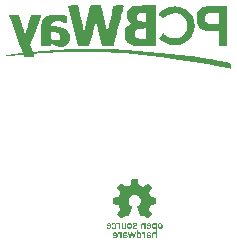
<source format=gbo>
G04 #@! TF.GenerationSoftware,KiCad,Pcbnew,7.0.1*
G04 #@! TF.CreationDate,2023-04-30T12:57:05-04:00*
G04 #@! TF.ProjectId,cord reel detent ring,636f7264-2072-4656-956c-20646574656e,rev?*
G04 #@! TF.SameCoordinates,Original*
G04 #@! TF.FileFunction,Legend,Bot*
G04 #@! TF.FilePolarity,Positive*
%FSLAX46Y46*%
G04 Gerber Fmt 4.6, Leading zero omitted, Abs format (unit mm)*
G04 Created by KiCad (PCBNEW 7.0.1) date 2023-04-30 12:57:05*
%MOMM*%
%LPD*%
G01*
G04 APERTURE LIST*
G04 APERTURE END LIST*
G36*
X8466433Y9608313D02*
G01*
X8466433Y8474134D01*
X8466433Y6779867D01*
X8116378Y6779867D01*
X7766323Y6779867D01*
X7766323Y7423969D01*
X7766323Y8068070D01*
X7294070Y8068070D01*
X7191845Y8068701D01*
X7024836Y8072294D01*
X6873571Y8078533D01*
X6751469Y8086803D01*
X6671951Y8096492D01*
X6480492Y8150322D01*
X6277370Y8257176D01*
X6107648Y8408926D01*
X5972076Y8605026D01*
X5970891Y8607211D01*
X5931346Y8682194D01*
X5904673Y8743641D01*
X5888338Y8805459D01*
X5879808Y8881559D01*
X5876549Y8985849D01*
X5876057Y9123183D01*
X6576135Y9123183D01*
X6581521Y9032091D01*
X6621476Y8892756D01*
X6703521Y8786701D01*
X6831376Y8707871D01*
X6860618Y8696187D01*
X6937242Y8675009D01*
X7038993Y8659011D01*
X7176162Y8646812D01*
X7359039Y8637030D01*
X7766323Y8619439D01*
X7766323Y9113876D01*
X7766323Y9608313D01*
X7448094Y9608313D01*
X7423078Y9608273D01*
X7204105Y9603119D01*
X7031339Y9587614D01*
X6896356Y9559328D01*
X6790733Y9515832D01*
X6706047Y9454696D01*
X6633874Y9373492D01*
X6603922Y9322605D01*
X6582343Y9240748D01*
X6576135Y9123183D01*
X5876057Y9123183D01*
X5876025Y9132238D01*
X5876129Y9191574D01*
X5878118Y9326073D01*
X5884108Y9422886D01*
X5896006Y9495523D01*
X5915715Y9557496D01*
X5945142Y9622315D01*
X5947049Y9626143D01*
X6028487Y9755231D01*
X6136999Y9882437D01*
X6256534Y9991091D01*
X6371036Y10064526D01*
X6399780Y10077434D01*
X6469808Y10103191D01*
X6550246Y10123751D01*
X6647604Y10139658D01*
X6768395Y10151454D01*
X6919131Y10159683D01*
X7106322Y10164889D01*
X7336482Y10167613D01*
X7616121Y10168401D01*
X8466433Y10168401D01*
X8466433Y9608313D01*
G37*
G36*
X4047886Y10140341D02*
G01*
X4273129Y10129394D01*
X4468967Y10095740D01*
X4657595Y10034011D01*
X4861213Y9938839D01*
X4948901Y9889824D01*
X5188146Y9714874D01*
X5387799Y9501893D01*
X5544477Y9254975D01*
X5654798Y8978213D01*
X5668953Y8922391D01*
X5694134Y8754978D01*
X5705321Y8561782D01*
X5702510Y8362806D01*
X5685700Y8178053D01*
X5654890Y8027528D01*
X5613550Y7904883D01*
X5482997Y7633144D01*
X5310927Y7396349D01*
X5100587Y7197811D01*
X4855225Y7040846D01*
X4578089Y6928767D01*
X4549291Y6920171D01*
X4456480Y6895664D01*
X4369040Y6880144D01*
X4271649Y6872169D01*
X4148985Y6870299D01*
X3985727Y6873096D01*
X3888122Y6876006D01*
X3736561Y6884099D01*
X3618900Y6897090D01*
X3520645Y6916850D01*
X3427304Y6945253D01*
X3286709Y7005158D01*
X3109500Y7102560D01*
X2930677Y7220539D01*
X2768945Y7347662D01*
X2658337Y7443919D01*
X2850680Y7657979D01*
X2909599Y7722930D01*
X2981193Y7799916D01*
X3032379Y7852545D01*
X3054785Y7872039D01*
X3079538Y7855521D01*
X3134351Y7811302D01*
X3207097Y7749089D01*
X3247717Y7714973D01*
X3454804Y7578595D01*
X3675596Y7487766D01*
X3903094Y7441382D01*
X4130297Y7438337D01*
X4350205Y7477528D01*
X4555817Y7557850D01*
X4740134Y7678199D01*
X4896154Y7837472D01*
X5016878Y8034563D01*
X5042667Y8092697D01*
X5068187Y8166949D01*
X5082995Y8246304D01*
X5089886Y8347716D01*
X5091655Y8488136D01*
X5090699Y8610315D01*
X5085153Y8715068D01*
X5071971Y8796314D01*
X5048143Y8871508D01*
X5010663Y8958107D01*
X5002943Y8974310D01*
X4901368Y9135820D01*
X4766412Y9285207D01*
X4612928Y9408219D01*
X4455770Y9490603D01*
X4442259Y9495550D01*
X4188924Y9559021D01*
X3937800Y9566950D01*
X3691275Y9519780D01*
X3451739Y9417953D01*
X3221580Y9261913D01*
X3059866Y9130195D01*
X2853165Y9317403D01*
X2819589Y9348300D01*
X2728832Y9438904D01*
X2674811Y9505801D01*
X2661630Y9544132D01*
X2663025Y9547382D01*
X2702738Y9597532D01*
X2778566Y9666435D01*
X2879137Y9745572D01*
X2993082Y9826423D01*
X3109028Y9900468D01*
X3215606Y9959189D01*
X3369960Y10028288D01*
X3572957Y10093785D01*
X3785011Y10129547D01*
X4027734Y10140397D01*
X4047886Y10140341D01*
G37*
G36*
X-4848610Y7628023D02*
G01*
X-4842258Y7571318D01*
X-4841669Y7421354D01*
X-4859729Y7297518D01*
X-4860607Y7294316D01*
X-4941287Y7103234D01*
X-5066162Y6940947D01*
X-5227669Y6815096D01*
X-5418243Y6733321D01*
X-5534921Y6710364D01*
X-5742992Y6709020D01*
X-5957491Y6750625D01*
X-6164552Y6831958D01*
X-6350305Y6949799D01*
X-6459918Y7036613D01*
X-6459918Y6908240D01*
X-6459918Y6779867D01*
X-6865982Y6779867D01*
X-7272046Y6779867D01*
X-7272046Y7428537D01*
X-6459918Y7428537D01*
X-6354901Y7363517D01*
X-6266590Y7324964D01*
X-6139144Y7296883D01*
X-6002333Y7286799D01*
X-5876450Y7296042D01*
X-5781787Y7325944D01*
X-5768282Y7334379D01*
X-5702646Y7409629D01*
X-5667641Y7513062D01*
X-5664151Y7628023D01*
X-5693059Y7737857D01*
X-5755251Y7825909D01*
X-5792787Y7853628D01*
X-5908364Y7905845D01*
X-6064277Y7946585D01*
X-6250168Y7972775D01*
X-6459918Y7991782D01*
X-6459918Y7710160D01*
X-6459918Y7428537D01*
X-7272046Y7428537D01*
X-7272046Y7754939D01*
X-7272026Y7827334D01*
X-7271318Y8102122D01*
X-7269058Y8328294D01*
X-7264518Y8511830D01*
X-7256971Y8658712D01*
X-7245688Y8774919D01*
X-7229942Y8866434D01*
X-7209006Y8939235D01*
X-7182152Y8999306D01*
X-7148652Y9052625D01*
X-7107779Y9105175D01*
X-7076638Y9139385D01*
X-6943139Y9244259D01*
X-6769874Y9334005D01*
X-6568990Y9401933D01*
X-6534740Y9410156D01*
X-6345872Y9438844D01*
X-6121466Y9451600D01*
X-5876335Y9448935D01*
X-5625291Y9431361D01*
X-5383146Y9399387D01*
X-5164714Y9353524D01*
X-5059697Y9326110D01*
X-5059697Y9015962D01*
X-5059697Y8705815D01*
X-5136709Y8721024D01*
X-5151235Y8724196D01*
X-5226318Y8743616D01*
X-5331208Y8773302D01*
X-5447931Y8808216D01*
X-5470798Y8815072D01*
X-5681396Y8862203D01*
X-5880413Y8879448D01*
X-6061090Y8868377D01*
X-6216669Y8830555D01*
X-6340393Y8767552D01*
X-6425502Y8680934D01*
X-6465240Y8572268D01*
X-6466302Y8563048D01*
X-6464691Y8528604D01*
X-6443010Y8507521D01*
X-6389373Y8493487D01*
X-6291891Y8480187D01*
X-6032994Y8447100D01*
X-5810073Y8414331D01*
X-5628983Y8381444D01*
X-5482545Y8346417D01*
X-5363577Y8307227D01*
X-5264900Y8261854D01*
X-5179333Y8208274D01*
X-5099697Y8144466D01*
X-5048847Y8095291D01*
X-4970844Y8004210D01*
X-4916068Y7920978D01*
X-4891233Y7859448D01*
X-4859458Y7724865D01*
X-4848610Y7628023D01*
G37*
G36*
X2473489Y9580308D02*
G01*
X2473489Y8487287D01*
X2473489Y8269726D01*
X2473489Y6745528D01*
X1598351Y6759684D01*
X1326493Y6764903D01*
X1087242Y6771549D01*
X895991Y6779527D01*
X748612Y6789052D01*
X640977Y6800341D01*
X568957Y6813611D01*
X549534Y6818828D01*
X381644Y6879061D01*
X216020Y6962009D01*
X70415Y7057651D01*
X-37419Y7155962D01*
X-49546Y7170068D01*
X-121717Y7258368D01*
X-171180Y7334328D01*
X-201914Y7411603D01*
X-217897Y7503849D01*
X-223108Y7624722D01*
X-221525Y7787877D01*
X-219577Y7844035D01*
X625198Y7844035D01*
X628794Y7766785D01*
X660979Y7637914D01*
X730991Y7542880D01*
X844221Y7472539D01*
X906089Y7448929D01*
X1001506Y7426143D01*
X1124925Y7411061D01*
X1290303Y7401459D01*
X1605353Y7388916D01*
X1605353Y7829321D01*
X1605353Y8269726D01*
X1248296Y8259088D01*
X1139918Y8254497D01*
X957887Y8236508D01*
X822276Y8203627D01*
X727142Y8151897D01*
X666546Y8077360D01*
X634545Y7976059D01*
X625198Y7844035D01*
X-219577Y7844035D01*
X-216611Y7929562D01*
X-208056Y8060765D01*
X-197105Y8165115D01*
X-184970Y8228033D01*
X-152814Y8291260D01*
X-73636Y8387170D01*
X32620Y8481679D01*
X151359Y8562270D01*
X267981Y8616428D01*
X413176Y8664654D01*
X344160Y8708125D01*
X261494Y8769810D01*
X150396Y8880500D01*
X57607Y9003415D01*
X-1076Y9119724D01*
X-20218Y9192964D01*
X-30438Y9258758D01*
X839255Y9258758D01*
X843906Y9139743D01*
X872431Y9043283D01*
X874566Y9039453D01*
X927060Y8976492D01*
X998451Y8921059D01*
X1007087Y8916169D01*
X1083748Y8887142D01*
X1192963Y8868120D01*
X1346312Y8856968D01*
X1605353Y8845513D01*
X1605353Y9212911D01*
X1605353Y9580308D01*
X1357492Y9580308D01*
X1281995Y9579465D01*
X1129941Y9569250D01*
X1019839Y9545296D01*
X942313Y9504909D01*
X887988Y9445395D01*
X857451Y9373772D01*
X839255Y9258758D01*
X-30438Y9258758D01*
X-39457Y9316819D01*
X-46908Y9439776D01*
X-33714Y9596948D01*
X23126Y9772729D01*
X126601Y9921006D01*
X278627Y10044341D01*
X481120Y10145293D01*
X497761Y10151803D01*
X543012Y10167823D01*
X590743Y10180628D01*
X647646Y10190674D01*
X720410Y10198416D01*
X815728Y10204311D01*
X940289Y10208815D01*
X1100785Y10212382D01*
X1303907Y10215470D01*
X1556345Y10218532D01*
X2473489Y10229047D01*
X2473489Y9580308D01*
G37*
G36*
X-2205805Y10119393D02*
G01*
X-2205313Y10117515D01*
X-2191457Y10063361D01*
X-2165827Y9962089D01*
X-2130117Y9820439D01*
X-2086024Y9645150D01*
X-2035242Y9442961D01*
X-1979466Y9220610D01*
X-1920392Y8984837D01*
X-1910939Y8947129D01*
X-1853484Y8719752D01*
X-1800185Y8511830D01*
X-1752588Y8329182D01*
X-1712239Y8177629D01*
X-1680685Y8062990D01*
X-1659472Y7991085D01*
X-1650147Y7967734D01*
X-1648174Y7973112D01*
X-1635928Y8022544D01*
X-1614259Y8118685D01*
X-1584422Y8255685D01*
X-1547669Y8427694D01*
X-1505256Y8628865D01*
X-1458435Y8853346D01*
X-1408460Y9095290D01*
X-1179210Y10210408D01*
X-722966Y10218112D01*
X-627926Y10219634D01*
X-484910Y10221094D01*
X-386254Y10220040D01*
X-324318Y10215742D01*
X-291467Y10207472D01*
X-280062Y10194503D01*
X-282466Y10176106D01*
X-282502Y10175993D01*
X-292820Y10138052D01*
X-315131Y10052479D01*
X-348000Y9924934D01*
X-389992Y9761079D01*
X-439674Y9566575D01*
X-495609Y9347085D01*
X-556363Y9108269D01*
X-620502Y8855789D01*
X-686591Y8595307D01*
X-753195Y8332484D01*
X-818880Y8072981D01*
X-882210Y7822461D01*
X-941750Y7586584D01*
X-996067Y7371012D01*
X-1043726Y7181406D01*
X-1083291Y7023428D01*
X-1113328Y6902740D01*
X-1132403Y6825003D01*
X-1139080Y6795878D01*
X-1157410Y6791518D01*
X-1223441Y6786869D01*
X-1328987Y6783178D01*
X-1465026Y6780745D01*
X-1622534Y6779867D01*
X-2105988Y6779867D01*
X-2368730Y7833265D01*
X-2384092Y7894660D01*
X-2441797Y8121701D01*
X-2495556Y8327771D01*
X-2543822Y8507294D01*
X-2585043Y8654696D01*
X-2617670Y8764401D01*
X-2640153Y8830836D01*
X-2650943Y8848425D01*
X-2651332Y8847580D01*
X-2663511Y8808658D01*
X-2687743Y8722185D01*
X-2722364Y8594404D01*
X-2765713Y8431557D01*
X-2816128Y8239883D01*
X-2871946Y8025626D01*
X-2931504Y7795027D01*
X-3192594Y6779867D01*
X-3671585Y6779867D01*
X-4150576Y6779867D01*
X-4585979Y8495137D01*
X-5021382Y10210408D01*
X-4588533Y10218140D01*
X-4502937Y10219514D01*
X-4364415Y10221011D01*
X-4252636Y10221281D01*
X-4177352Y10220324D01*
X-4148311Y10218140D01*
X-4145756Y10209371D01*
X-4132814Y10154721D01*
X-4110492Y10056118D01*
X-4080314Y9920576D01*
X-4043800Y9755109D01*
X-4002474Y9566733D01*
X-3957858Y9362460D01*
X-3911474Y9149305D01*
X-3864846Y8934282D01*
X-3819495Y8724406D01*
X-3776944Y8526690D01*
X-3738716Y8348149D01*
X-3706332Y8195798D01*
X-3681316Y8076650D01*
X-3665190Y7997719D01*
X-3659477Y7966020D01*
X-3658366Y7955637D01*
X-3651438Y7962566D01*
X-3637676Y8001408D01*
X-3616516Y8074431D01*
X-3587391Y8183904D01*
X-3549739Y8332096D01*
X-3502994Y8521276D01*
X-3446591Y8753712D01*
X-3379966Y9031674D01*
X-3302554Y9357430D01*
X-3213791Y9733249D01*
X-3113112Y10161400D01*
X-3108356Y10178757D01*
X-3096584Y10197704D01*
X-3071373Y10210517D01*
X-3024210Y10218394D01*
X-2946581Y10222536D01*
X-2829971Y10224141D01*
X-2665866Y10224410D01*
X-2233410Y10224410D01*
X-2205805Y10119393D01*
G37*
G36*
X-8910059Y8586152D02*
G01*
X-8888016Y8515529D01*
X-8826480Y8320591D01*
X-8770482Y8146375D01*
X-8722199Y7999445D01*
X-8683808Y7886367D01*
X-8657486Y7813705D01*
X-8645410Y7788026D01*
X-8642752Y7791477D01*
X-8624449Y7834708D01*
X-8591842Y7922300D01*
X-8547222Y8047748D01*
X-8492884Y8204543D01*
X-8431118Y8386180D01*
X-8364218Y8586152D01*
X-8099280Y9384277D01*
X-7668664Y9384277D01*
X-7617416Y9384252D01*
X-7468000Y9383501D01*
X-7364665Y9381016D01*
X-7299659Y9375873D01*
X-7265231Y9367150D01*
X-7253628Y9353923D01*
X-7257100Y9335270D01*
X-7268632Y9304980D01*
X-7298352Y9226492D01*
X-7343939Y9105925D01*
X-7403349Y8948685D01*
X-7474541Y8760181D01*
X-7555472Y8545820D01*
X-7644098Y8311008D01*
X-7738378Y8061155D01*
X-8200605Y6836047D01*
X-8097420Y6569742D01*
X-8066231Y6490825D01*
X-8024983Y6391619D01*
X-7993276Y6321578D01*
X-7976194Y6292332D01*
X-7971969Y6291350D01*
X-7924993Y6291511D01*
X-7836081Y6296709D01*
X-7715926Y6306224D01*
X-7575222Y6319336D01*
X-7565964Y6320255D01*
X-7437586Y6332512D01*
X-7294007Y6345292D01*
X-7129414Y6359044D01*
X-6937995Y6374222D01*
X-6713937Y6391276D01*
X-6451429Y6410659D01*
X-6144658Y6432822D01*
X-5787812Y6458216D01*
X-5529930Y6474308D01*
X-5151376Y6492149D01*
X-4731657Y6506503D01*
X-4279102Y6517368D01*
X-3802042Y6524746D01*
X-3308806Y6528635D01*
X-2807724Y6529037D01*
X-2307125Y6525952D01*
X-1815339Y6519378D01*
X-1340695Y6509317D01*
X-891524Y6495768D01*
X-476155Y6478732D01*
X-102917Y6458207D01*
X-9404Y6452207D01*
X948548Y6385787D01*
X1862385Y6312847D01*
X2742744Y6232287D01*
X3600257Y6143006D01*
X4445559Y6043904D01*
X5289284Y5933880D01*
X6142067Y5811834D01*
X6217800Y5800470D01*
X6511798Y5755278D01*
X6820678Y5706297D01*
X7134395Y5655219D01*
X7442906Y5603735D01*
X7736166Y5553537D01*
X8004130Y5506315D01*
X8236756Y5463762D01*
X8423999Y5427568D01*
X8731620Y5365645D01*
X8763365Y5221664D01*
X8773302Y5175938D01*
X8796539Y5064966D01*
X8814801Y4972725D01*
X8834492Y4867766D01*
X8741477Y4886480D01*
X8579430Y4918789D01*
X8051461Y5020591D01*
X7483221Y5125500D01*
X6886348Y5231576D01*
X6272481Y5336879D01*
X5653261Y5439470D01*
X5040326Y5537409D01*
X4445316Y5628757D01*
X3879870Y5711575D01*
X3355628Y5783922D01*
X2881036Y5844949D01*
X2114660Y5935177D01*
X1337552Y6016959D01*
X556247Y6089891D01*
X-222723Y6153567D01*
X-992826Y6207582D01*
X-1747528Y6251531D01*
X-2480297Y6285008D01*
X-3184601Y6307608D01*
X-3853906Y6318927D01*
X-4481680Y6318558D01*
X-5061390Y6306096D01*
X-5062660Y6306053D01*
X-5250383Y6298812D01*
X-5465991Y6288961D01*
X-5703035Y6276923D01*
X-5955068Y6263120D01*
X-6215643Y6247976D01*
X-6478312Y6231914D01*
X-6736627Y6215357D01*
X-6984141Y6198727D01*
X-7214406Y6182447D01*
X-7420974Y6166941D01*
X-7597399Y6152632D01*
X-7737232Y6139942D01*
X-7834026Y6129294D01*
X-7881333Y6121111D01*
X-7897258Y6103053D01*
X-7892288Y6055477D01*
X-7863020Y5968545D01*
X-7809510Y5827717D01*
X-8250458Y5827717D01*
X-8691405Y5827717D01*
X-8724411Y5937882D01*
X-8731468Y5960907D01*
X-8755734Y6018611D01*
X-8788805Y6038988D01*
X-8847863Y6035648D01*
X-8858154Y6034289D01*
X-8949322Y6024214D01*
X-9079573Y6011894D01*
X-9237052Y5998245D01*
X-9409899Y5984183D01*
X-9586257Y5970624D01*
X-9754268Y5958484D01*
X-9902075Y5948678D01*
X-10017819Y5942123D01*
X-10089644Y5939735D01*
X-10104159Y5939856D01*
X-10210427Y5951616D01*
X-10268517Y5981742D01*
X-10286852Y6010408D01*
X-10271848Y6023748D01*
X-10258548Y6024755D01*
X-10196566Y6031222D01*
X-10093895Y6042709D01*
X-9960132Y6058078D01*
X-9804873Y6076196D01*
X-9637714Y6095926D01*
X-9468253Y6116134D01*
X-9306085Y6135684D01*
X-9160808Y6153440D01*
X-9042018Y6168268D01*
X-8959311Y6179032D01*
X-8927804Y6184333D01*
X-8865186Y6202925D01*
X-8840292Y6223689D01*
X-8848308Y6250124D01*
X-8874182Y6325019D01*
X-8916278Y6443437D01*
X-8972898Y6600697D01*
X-9042342Y6792118D01*
X-9122911Y7013016D01*
X-9212907Y7258710D01*
X-9310631Y7524519D01*
X-9414383Y7805759D01*
X-9510800Y8066858D01*
X-9608922Y8332956D01*
X-9699456Y8578873D01*
X-9780709Y8799988D01*
X-9850988Y8991680D01*
X-9908597Y9149330D01*
X-9951843Y9268315D01*
X-9979034Y9344016D01*
X-9988473Y9371812D01*
X-9982383Y9373940D01*
X-9932909Y9378024D01*
X-9841771Y9381303D01*
X-9718710Y9383485D01*
X-9573463Y9384277D01*
X-9158453Y9384277D01*
X-8910059Y8586152D01*
G37*
G36*
X-667323Y-8980800D02*
G01*
X-625140Y-8991756D01*
X-587163Y-9013210D01*
X-565295Y-9029889D01*
X-565295Y-8985492D01*
X-465271Y-8985492D01*
X-465271Y-9479364D01*
X-565295Y-9479364D01*
X-565305Y-9315261D01*
X-565338Y-9282446D01*
X-565559Y-9238757D01*
X-566070Y-9205000D01*
X-566964Y-9179591D01*
X-568335Y-9160944D01*
X-570277Y-9147474D01*
X-572882Y-9137595D01*
X-576245Y-9129722D01*
X-586153Y-9114290D01*
X-609887Y-9093292D01*
X-638879Y-9081753D01*
X-670401Y-9080525D01*
X-701728Y-9090462D01*
X-726206Y-9103221D01*
X-762301Y-9059346D01*
X-763080Y-9058397D01*
X-780049Y-9036992D01*
X-789490Y-9022879D01*
X-792377Y-9014283D01*
X-789685Y-9009426D01*
X-753657Y-8990579D01*
X-711050Y-8980391D01*
X-667323Y-8980800D01*
G37*
G36*
X1341188Y-8980965D02*
G01*
X1381323Y-8992909D01*
X1416490Y-9015115D01*
X1441448Y-9036479D01*
X1441448Y-8985492D01*
X1541473Y-8985492D01*
X1541473Y-9479364D01*
X1441448Y-9479364D01*
X1441448Y-9318148D01*
X1441443Y-9296833D01*
X1441343Y-9252135D01*
X1441020Y-9217579D01*
X1440349Y-9191483D01*
X1439203Y-9172165D01*
X1437459Y-9157943D01*
X1434991Y-9147136D01*
X1431674Y-9138062D01*
X1427382Y-9129039D01*
X1413404Y-9108807D01*
X1388789Y-9089808D01*
X1359661Y-9080030D01*
X1328927Y-9080323D01*
X1299490Y-9091539D01*
X1279436Y-9103766D01*
X1244789Y-9062025D01*
X1238301Y-9054116D01*
X1223896Y-9035800D01*
X1213890Y-9021956D01*
X1210141Y-9015103D01*
X1213363Y-9011371D01*
X1225279Y-9003697D01*
X1242962Y-8994643D01*
X1256396Y-8989084D01*
X1298680Y-8979588D01*
X1341188Y-8980965D01*
G37*
G36*
X-759995Y-8203593D02*
G01*
X-727175Y-8218131D01*
X-701969Y-8239542D01*
X-701185Y-8240481D01*
X-695912Y-8244819D01*
X-692804Y-8240413D01*
X-690326Y-8225400D01*
X-687200Y-8200924D01*
X-635625Y-8199108D01*
X-584050Y-8197293D01*
X-584050Y-8698427D01*
X-635625Y-8696611D01*
X-687200Y-8694796D01*
X-690326Y-8522878D01*
X-690813Y-8496424D01*
X-691830Y-8448364D01*
X-693058Y-8410612D01*
X-694791Y-8381674D01*
X-697320Y-8360055D01*
X-700940Y-8344263D01*
X-705943Y-8332801D01*
X-712622Y-8324178D01*
X-721270Y-8316898D01*
X-732180Y-8309468D01*
X-748775Y-8302232D01*
X-775885Y-8298181D01*
X-804575Y-8300096D01*
X-829512Y-8308054D01*
X-849297Y-8318286D01*
X-873309Y-8290863D01*
X-883083Y-8279505D01*
X-898374Y-8261055D01*
X-909520Y-8246784D01*
X-921720Y-8230129D01*
X-901158Y-8217421D01*
X-873683Y-8204594D01*
X-836295Y-8196486D01*
X-797384Y-8196265D01*
X-759995Y-8203593D01*
G37*
G36*
X-132092Y-8199113D02*
G01*
X-80801Y-8200924D01*
X-80833Y-8385344D01*
X-80835Y-8391771D01*
X-80886Y-8443487D01*
X-81080Y-8484436D01*
X-81523Y-8516183D01*
X-82318Y-8540292D01*
X-83569Y-8558328D01*
X-85383Y-8571855D01*
X-87862Y-8582436D01*
X-91111Y-8591638D01*
X-95235Y-8601022D01*
X-104395Y-8618573D01*
X-132647Y-8654845D01*
X-168802Y-8681638D01*
X-212083Y-8698307D01*
X-221687Y-8700289D01*
X-263322Y-8701291D01*
X-305748Y-8690917D01*
X-346699Y-8669650D01*
X-377749Y-8648754D01*
X-377749Y-8697921D01*
X-477774Y-8697921D01*
X-477774Y-8197798D01*
X-377749Y-8197798D01*
X-377749Y-8359014D01*
X-377744Y-8380468D01*
X-377644Y-8425131D01*
X-377321Y-8459655D01*
X-376649Y-8485721D01*
X-375504Y-8505008D01*
X-373759Y-8519197D01*
X-371291Y-8529969D01*
X-367974Y-8539003D01*
X-363683Y-8547980D01*
X-359032Y-8556387D01*
X-338314Y-8580627D01*
X-311195Y-8594554D01*
X-276515Y-8598845D01*
X-271631Y-8598738D01*
X-243753Y-8594097D01*
X-221121Y-8581186D01*
X-199967Y-8557994D01*
X-197831Y-8554993D01*
X-194445Y-8548882D01*
X-191814Y-8540918D01*
X-189819Y-8529580D01*
X-188342Y-8513346D01*
X-187263Y-8490694D01*
X-186463Y-8460104D01*
X-185826Y-8420054D01*
X-185230Y-8369023D01*
X-183384Y-8197302D01*
X-132092Y-8199113D01*
G37*
G36*
X1376162Y-8200800D02*
G01*
X1409466Y-8213183D01*
X1435345Y-8232339D01*
X1444651Y-8241500D01*
X1454149Y-8246696D01*
X1458904Y-8240629D01*
X1460203Y-8222804D01*
X1460203Y-8197798D01*
X1560228Y-8197798D01*
X1560228Y-8697921D01*
X1461110Y-8697921D01*
X1459094Y-8530693D01*
X1458639Y-8494193D01*
X1458001Y-8451886D01*
X1457245Y-8419355D01*
X1456232Y-8395000D01*
X1454821Y-8377222D01*
X1452873Y-8364420D01*
X1450248Y-8354994D01*
X1446807Y-8347343D01*
X1442408Y-8339869D01*
X1439596Y-8335537D01*
X1419343Y-8313786D01*
X1393559Y-8301614D01*
X1359891Y-8297823D01*
X1327499Y-8301765D01*
X1301129Y-8314841D01*
X1281319Y-8337742D01*
X1277962Y-8344182D01*
X1275067Y-8352755D01*
X1272791Y-8364551D01*
X1271011Y-8381116D01*
X1269606Y-8403997D01*
X1268451Y-8434741D01*
X1267425Y-8474895D01*
X1266405Y-8526004D01*
X1263280Y-8694796D01*
X1211213Y-8696619D01*
X1159147Y-8698443D01*
X1161201Y-8512199D01*
X1161230Y-8509587D01*
X1161854Y-8456735D01*
X1162503Y-8414759D01*
X1163296Y-8382104D01*
X1164349Y-8357211D01*
X1165782Y-8338524D01*
X1167711Y-8324486D01*
X1170255Y-8313541D01*
X1173530Y-8304130D01*
X1177656Y-8294697D01*
X1196194Y-8262025D01*
X1222145Y-8234184D01*
X1257028Y-8211819D01*
X1264898Y-8208112D01*
X1300558Y-8197882D01*
X1338753Y-8195572D01*
X1376162Y-8200800D01*
G37*
G36*
X2049271Y-8404099D02*
G01*
X2050636Y-8412424D01*
X2052203Y-8464975D01*
X2046932Y-8516625D01*
X2034793Y-8565000D01*
X2015756Y-8607730D01*
X1989791Y-8642443D01*
X1966627Y-8661949D01*
X1927548Y-8683874D01*
X1884484Y-8697715D01*
X1856693Y-8700811D01*
X1818059Y-8699766D01*
X1778420Y-8694114D01*
X1743299Y-8684376D01*
X1729327Y-8678062D01*
X1704128Y-8663007D01*
X1682143Y-8645966D01*
X1653651Y-8619777D01*
X1689512Y-8590185D01*
X1697670Y-8583494D01*
X1713416Y-8571362D01*
X1723562Y-8565842D01*
X1730879Y-8565788D01*
X1738136Y-8570052D01*
X1741204Y-8572275D01*
X1778821Y-8592592D01*
X1818693Y-8602834D01*
X1858191Y-8602639D01*
X1894686Y-8591645D01*
X1919884Y-8573031D01*
X1939138Y-8544670D01*
X1950468Y-8508812D01*
X1954641Y-8485369D01*
X1641498Y-8485369D01*
X1641545Y-8446297D01*
X1642040Y-8421930D01*
X1643854Y-8404099D01*
X1747774Y-8404099D01*
X1953762Y-8404099D01*
X1950094Y-8383781D01*
X1943204Y-8358361D01*
X1926984Y-8327597D01*
X1904701Y-8305720D01*
X1888629Y-8297794D01*
X1858501Y-8291741D01*
X1826586Y-8293494D01*
X1797844Y-8303170D01*
X1782805Y-8314653D01*
X1765333Y-8336635D01*
X1752661Y-8362179D01*
X1747774Y-8386328D01*
X1747774Y-8404099D01*
X1643854Y-8404099D01*
X1647486Y-8368407D01*
X1659400Y-8323594D01*
X1678352Y-8285759D01*
X1704910Y-8253165D01*
X1732283Y-8230489D01*
X1773213Y-8209044D01*
X1817552Y-8197312D01*
X1863093Y-8195332D01*
X1907628Y-8203143D01*
X1948948Y-8220782D01*
X1984848Y-8248288D01*
X2005202Y-8273073D01*
X2027106Y-8314101D01*
X2042260Y-8361342D01*
X2049271Y-8404099D01*
G37*
G36*
X-802871Y-9185541D02*
G01*
X-802715Y-9186349D01*
X-801669Y-9197044D01*
X-800588Y-9252588D01*
X-806521Y-9305463D01*
X-818988Y-9352828D01*
X-837506Y-9391842D01*
X-852364Y-9413242D01*
X-878273Y-9440475D01*
X-909568Y-9460912D01*
X-949765Y-9477229D01*
X-971808Y-9482181D01*
X-1007902Y-9484604D01*
X-1047094Y-9482480D01*
X-1084620Y-9476135D01*
X-1115716Y-9465895D01*
X-1121807Y-9462955D01*
X-1142925Y-9450974D01*
X-1163413Y-9437124D01*
X-1180698Y-9423394D01*
X-1192209Y-9411774D01*
X-1195374Y-9404256D01*
X-1195301Y-9404097D01*
X-1189471Y-9397625D01*
X-1176777Y-9385762D01*
X-1159828Y-9370952D01*
X-1126080Y-9342278D01*
X-1107837Y-9357629D01*
X-1086300Y-9371108D01*
X-1056054Y-9382553D01*
X-1024311Y-9388929D01*
X-996567Y-9388702D01*
X-963449Y-9377814D01*
X-935246Y-9357784D01*
X-914956Y-9330845D01*
X-904723Y-9299091D01*
X-901232Y-9273063D01*
X-1210777Y-9273063D01*
X-1208051Y-9201836D01*
X-1207853Y-9196763D01*
X-1207281Y-9185541D01*
X-1108867Y-9185541D01*
X-901232Y-9185541D01*
X-904723Y-9159513D01*
X-913919Y-9128679D01*
X-933280Y-9102012D01*
X-960879Y-9083467D01*
X-995083Y-9074577D01*
X-1013808Y-9074240D01*
X-1046408Y-9082018D01*
X-1073100Y-9100292D01*
X-1092943Y-9128287D01*
X-1104995Y-9165224D01*
X-1108867Y-9185541D01*
X-1207281Y-9185541D01*
X-1206280Y-9165901D01*
X-1203949Y-9143369D01*
X-1200105Y-9125495D01*
X-1193994Y-9108609D01*
X-1184860Y-9089040D01*
X-1162934Y-9053225D01*
X-1129865Y-9019336D01*
X-1089924Y-8995766D01*
X-1043552Y-8982762D01*
X-991192Y-8980572D01*
X-984924Y-8981027D01*
X-936421Y-8990742D01*
X-894701Y-9010773D01*
X-860117Y-9040736D01*
X-833023Y-9080243D01*
X-813771Y-9128909D01*
X-802871Y-9185541D01*
G37*
G36*
X-1341278Y-8404099D02*
G01*
X-1341238Y-8404472D01*
X-1339946Y-8440519D01*
X-1340549Y-8478025D01*
X-1343012Y-8512379D01*
X-1347300Y-8538969D01*
X-1359903Y-8577741D01*
X-1384298Y-8621724D01*
X-1417048Y-8656624D01*
X-1457788Y-8682074D01*
X-1506152Y-8697708D01*
X-1509130Y-8698295D01*
X-1563105Y-8702426D01*
X-1616452Y-8694787D01*
X-1666918Y-8675941D01*
X-1712250Y-8646447D01*
X-1718731Y-8640882D01*
X-1729910Y-8629868D01*
X-1734333Y-8623207D01*
X-1734302Y-8622966D01*
X-1729211Y-8616179D01*
X-1717093Y-8604098D01*
X-1700388Y-8589170D01*
X-1666443Y-8560169D01*
X-1643816Y-8575524D01*
X-1640265Y-8577850D01*
X-1619103Y-8589624D01*
X-1598955Y-8598217D01*
X-1589095Y-8600786D01*
X-1561681Y-8603513D01*
X-1532149Y-8601956D01*
X-1505254Y-8596555D01*
X-1485750Y-8587748D01*
X-1470184Y-8571790D01*
X-1455490Y-8548823D01*
X-1444703Y-8524144D01*
X-1440511Y-8502799D01*
X-1440511Y-8485369D01*
X-1748186Y-8485369D01*
X-1745622Y-8415039D01*
X-1744848Y-8404099D01*
X-1648203Y-8404099D01*
X-1440511Y-8404099D01*
X-1440511Y-8386328D01*
X-1443550Y-8367786D01*
X-1454765Y-8342124D01*
X-1471437Y-8318933D01*
X-1490581Y-8303170D01*
X-1491480Y-8302698D01*
X-1515697Y-8294620D01*
X-1544202Y-8291571D01*
X-1551051Y-8291768D01*
X-1584667Y-8299359D01*
X-1612028Y-8317311D01*
X-1632114Y-8344713D01*
X-1643909Y-8380656D01*
X-1648203Y-8404099D01*
X-1744848Y-8404099D01*
X-1742417Y-8369718D01*
X-1735639Y-8332731D01*
X-1724270Y-8302451D01*
X-1707249Y-8276071D01*
X-1683516Y-8250789D01*
X-1645916Y-8222394D01*
X-1601096Y-8202477D01*
X-1553392Y-8194200D01*
X-1504267Y-8197995D01*
X-1461671Y-8211291D01*
X-1421169Y-8235633D01*
X-1388239Y-8269780D01*
X-1363106Y-8313495D01*
X-1345994Y-8366537D01*
X-1344460Y-8374494D01*
X-1341278Y-8404099D01*
G37*
G36*
X-1101129Y-8197238D02*
G01*
X-1063008Y-8206047D01*
X-1016166Y-8226097D01*
X-977973Y-8255091D01*
X-948298Y-8293168D01*
X-927010Y-8340468D01*
X-913978Y-8397132D01*
X-910187Y-8451952D01*
X-914743Y-8506558D01*
X-927320Y-8557106D01*
X-947355Y-8601354D01*
X-974283Y-8637062D01*
X-980687Y-8643200D01*
X-1013798Y-8667577D01*
X-1052084Y-8686771D01*
X-1089997Y-8697867D01*
X-1113978Y-8701394D01*
X-1141670Y-8702908D01*
X-1166901Y-8700074D01*
X-1195201Y-8692619D01*
X-1207013Y-8688538D01*
X-1242092Y-8672273D01*
X-1274455Y-8651747D01*
X-1299257Y-8629882D01*
X-1306684Y-8620808D01*
X-1307232Y-8613513D01*
X-1299257Y-8603459D01*
X-1295622Y-8599658D01*
X-1281005Y-8586044D01*
X-1264038Y-8571782D01*
X-1240728Y-8553296D01*
X-1218273Y-8570423D01*
X-1213332Y-8574027D01*
X-1179322Y-8591417D01*
X-1143431Y-8598831D01*
X-1107967Y-8596672D01*
X-1075235Y-8585349D01*
X-1047541Y-8565264D01*
X-1027192Y-8536825D01*
X-1026424Y-8535244D01*
X-1019469Y-8518391D01*
X-1015301Y-8500822D01*
X-1013284Y-8478618D01*
X-1012784Y-8447860D01*
X-1012823Y-8438915D01*
X-1013651Y-8411334D01*
X-1016075Y-8391228D01*
X-1020785Y-8374631D01*
X-1028468Y-8357574D01*
X-1045104Y-8332155D01*
X-1069968Y-8311800D01*
X-1101789Y-8300986D01*
X-1141761Y-8299096D01*
X-1153017Y-8299829D01*
X-1175578Y-8303086D01*
X-1193529Y-8309754D01*
X-1212527Y-8321636D01*
X-1241336Y-8341942D01*
X-1264342Y-8323697D01*
X-1270083Y-8319039D01*
X-1286847Y-8304426D01*
X-1299316Y-8292195D01*
X-1301160Y-8290144D01*
X-1307440Y-8281479D01*
X-1306071Y-8274261D01*
X-1296551Y-8263254D01*
X-1293813Y-8260425D01*
X-1263014Y-8235751D01*
X-1224930Y-8214886D01*
X-1184236Y-8200443D01*
X-1174168Y-8197973D01*
X-1150509Y-8193847D01*
X-1128430Y-8193690D01*
X-1101129Y-8197238D01*
G37*
G36*
X3010584Y-8447860D02*
G01*
X3010576Y-8451846D01*
X3008389Y-8505644D01*
X3001887Y-8549692D01*
X2990432Y-8586065D01*
X2973383Y-8616840D01*
X2950101Y-8644091D01*
X2934543Y-8658032D01*
X2893530Y-8683863D01*
X2848542Y-8698036D01*
X2813314Y-8700788D01*
X2772745Y-8698121D01*
X2735517Y-8690277D01*
X2709930Y-8679783D01*
X2672903Y-8654732D01*
X2641822Y-8621289D01*
X2619305Y-8581896D01*
X2614959Y-8568802D01*
X2608969Y-8537798D01*
X2605166Y-8499595D01*
X2603555Y-8457443D01*
X2603688Y-8447622D01*
X2704396Y-8447622D01*
X2705009Y-8476827D01*
X2708610Y-8516015D01*
X2715818Y-8545494D01*
X2727071Y-8566791D01*
X2742807Y-8581431D01*
X2742842Y-8581454D01*
X2772699Y-8594496D01*
X2805910Y-8598697D01*
X2838383Y-8594083D01*
X2866031Y-8580678D01*
X2875491Y-8573094D01*
X2888977Y-8558574D01*
X2898170Y-8541180D01*
X2903813Y-8518524D01*
X2906653Y-8488214D01*
X2907434Y-8447860D01*
X2907432Y-8444198D01*
X2907118Y-8411228D01*
X2906024Y-8387807D01*
X2903802Y-8371236D01*
X2900107Y-8358818D01*
X2894593Y-8347856D01*
X2879118Y-8327609D01*
X2853291Y-8308528D01*
X2823772Y-8298446D01*
X2793039Y-8297361D01*
X2763569Y-8305271D01*
X2737838Y-8322171D01*
X2718325Y-8348059D01*
X2712672Y-8360271D01*
X2708343Y-8374273D01*
X2705811Y-8391421D01*
X2704641Y-8414832D01*
X2704396Y-8447622D01*
X2603688Y-8447622D01*
X2604137Y-8414595D01*
X2606916Y-8374300D01*
X2611894Y-8339811D01*
X2619074Y-8314377D01*
X2628503Y-8294878D01*
X2655757Y-8257228D01*
X2690129Y-8227967D01*
X2729824Y-8207456D01*
X2773045Y-8196056D01*
X2817997Y-8194129D01*
X2862884Y-8202034D01*
X2905911Y-8220134D01*
X2945281Y-8248789D01*
X2954752Y-8257975D01*
X2976751Y-8284849D01*
X2992622Y-8315103D01*
X3003076Y-8350908D01*
X3008826Y-8394437D01*
X3010584Y-8447860D01*
G37*
G36*
X411386Y-8447622D02*
G01*
X410888Y-8478596D01*
X407346Y-8521582D01*
X401019Y-8559055D01*
X391937Y-8587669D01*
X368952Y-8625762D01*
X335511Y-8659331D01*
X294831Y-8683832D01*
X248744Y-8697858D01*
X238955Y-8699265D01*
X199030Y-8700441D01*
X158786Y-8695546D01*
X124142Y-8685182D01*
X98385Y-8670797D01*
X66608Y-8644539D01*
X39630Y-8613013D01*
X21189Y-8580035D01*
X17326Y-8569799D01*
X12857Y-8554735D01*
X9882Y-8538039D01*
X8102Y-8516993D01*
X7216Y-8488881D01*
X6924Y-8450986D01*
X6927Y-8447860D01*
X106745Y-8447860D01*
X106952Y-8470778D01*
X108744Y-8505510D01*
X112992Y-8531462D01*
X120436Y-8551017D01*
X131813Y-8566558D01*
X147864Y-8580466D01*
X166824Y-8591316D01*
X199867Y-8598735D01*
X236407Y-8594881D01*
X236645Y-8594820D01*
X262325Y-8585895D01*
X281516Y-8572919D01*
X295038Y-8554248D01*
X303710Y-8528237D01*
X308352Y-8493243D01*
X309783Y-8447622D01*
X309607Y-8418170D01*
X308570Y-8393809D01*
X306222Y-8376081D01*
X302129Y-8361870D01*
X295854Y-8348059D01*
X291791Y-8340788D01*
X270656Y-8316670D01*
X242357Y-8302473D01*
X206229Y-8297823D01*
X205513Y-8297825D01*
X170830Y-8303568D01*
X142112Y-8320289D01*
X119586Y-8347856D01*
X118985Y-8348891D01*
X113655Y-8359874D01*
X110112Y-8372566D01*
X108011Y-8389662D01*
X107004Y-8413861D01*
X106745Y-8447860D01*
X6927Y-8447860D01*
X6939Y-8437509D01*
X8012Y-8392476D01*
X11176Y-8356867D01*
X17068Y-8328289D01*
X26324Y-8304350D01*
X39579Y-8282655D01*
X57471Y-8260813D01*
X89808Y-8231796D01*
X130034Y-8209438D01*
X173285Y-8196922D01*
X217743Y-8193968D01*
X261586Y-8200294D01*
X302998Y-8215621D01*
X340157Y-8239667D01*
X371246Y-8272152D01*
X394445Y-8312796D01*
X396595Y-8318404D01*
X404498Y-8350000D01*
X409494Y-8389460D01*
X411614Y-8433440D01*
X411386Y-8447622D01*
G37*
G36*
X1200722Y-9262486D02*
G01*
X1200604Y-9292999D01*
X1200114Y-9322442D01*
X1199103Y-9344143D01*
X1197385Y-9360095D01*
X1194777Y-9372291D01*
X1191093Y-9382724D01*
X1186149Y-9393388D01*
X1182195Y-9400791D01*
X1158698Y-9432005D01*
X1128343Y-9458135D01*
X1095205Y-9475505D01*
X1089798Y-9477243D01*
X1064846Y-9482683D01*
X1040022Y-9485122D01*
X1028513Y-9484651D01*
X1000922Y-9479859D01*
X972695Y-9471148D01*
X948205Y-9460019D01*
X931829Y-9447975D01*
X927352Y-9443290D01*
X917225Y-9436470D01*
X911726Y-9441086D01*
X910068Y-9457483D01*
X910068Y-9479364D01*
X810043Y-9479364D01*
X810043Y-9232428D01*
X913195Y-9232428D01*
X913196Y-9234233D01*
X914024Y-9276573D01*
X916879Y-9308550D01*
X922463Y-9332164D01*
X931481Y-9349413D01*
X944637Y-9362296D01*
X962635Y-9372811D01*
X982996Y-9380832D01*
X1013773Y-9384449D01*
X1046549Y-9377097D01*
X1052719Y-9374566D01*
X1073569Y-9359740D01*
X1088700Y-9336685D01*
X1098397Y-9304552D01*
X1102944Y-9262486D01*
X1102628Y-9209638D01*
X1100138Y-9174000D01*
X1095555Y-9143902D01*
X1088972Y-9124312D01*
X1078224Y-9108578D01*
X1055335Y-9090411D01*
X1027788Y-9080724D01*
X998338Y-9079486D01*
X969741Y-9086665D01*
X944751Y-9102231D01*
X926125Y-9126152D01*
X925206Y-9127958D01*
X919997Y-9140206D01*
X916524Y-9154052D01*
X914453Y-9172222D01*
X913454Y-9197439D01*
X913195Y-9232428D01*
X810043Y-9232428D01*
X810043Y-8778665D01*
X858492Y-8780491D01*
X906942Y-8782317D01*
X908637Y-8905785D01*
X908732Y-8912201D01*
X909580Y-8949317D01*
X910807Y-8981464D01*
X912305Y-9006758D01*
X913967Y-9023315D01*
X915686Y-9029253D01*
X920460Y-9027273D01*
X929620Y-9018881D01*
X932474Y-9015796D01*
X951595Y-9002342D01*
X977867Y-8990674D01*
X1006917Y-8982443D01*
X1034373Y-8979302D01*
X1043717Y-8979433D01*
X1082895Y-8984481D01*
X1116270Y-8997925D01*
X1147812Y-9021230D01*
X1163726Y-9036443D01*
X1176296Y-9051465D01*
X1185678Y-9067877D01*
X1192329Y-9087528D01*
X1196705Y-9112270D01*
X1199265Y-9143955D01*
X1200466Y-9184432D01*
X1200764Y-9235554D01*
X1200756Y-9253820D01*
X1200722Y-9262486D01*
G37*
G36*
X706034Y-8194672D02*
G01*
X733052Y-8199969D01*
X778806Y-8215908D01*
X814404Y-8239083D01*
X839811Y-8269461D01*
X854994Y-8307007D01*
X859918Y-8351686D01*
X859589Y-8359215D01*
X855491Y-8384819D01*
X848240Y-8407225D01*
X842293Y-8418849D01*
X824563Y-8442793D01*
X800917Y-8461253D01*
X769764Y-8475022D01*
X729509Y-8484892D01*
X678561Y-8491656D01*
X660634Y-8493527D01*
X626289Y-8498525D01*
X602082Y-8504940D01*
X586351Y-8513542D01*
X577435Y-8525105D01*
X573673Y-8540399D01*
X573821Y-8556094D01*
X582321Y-8577300D01*
X601313Y-8592297D01*
X630985Y-8601206D01*
X671522Y-8604148D01*
X673223Y-8604144D01*
X717636Y-8600304D01*
X756468Y-8588264D01*
X794541Y-8566552D01*
X822662Y-8547204D01*
X856908Y-8577239D01*
X858980Y-8579063D01*
X875281Y-8593995D01*
X886828Y-8605578D01*
X891234Y-8611437D01*
X890980Y-8612685D01*
X883841Y-8621242D01*
X868832Y-8633355D01*
X848578Y-8647200D01*
X825705Y-8660956D01*
X802836Y-8672800D01*
X781866Y-8681572D01*
X753345Y-8691252D01*
X728773Y-8697356D01*
X716179Y-8699276D01*
X665867Y-8701589D01*
X617437Y-8695800D01*
X572848Y-8682634D01*
X534057Y-8662812D01*
X503021Y-8637060D01*
X481698Y-8606098D01*
X473237Y-8578604D01*
X470599Y-8542819D01*
X474934Y-8506406D01*
X486076Y-8474383D01*
X487275Y-8472092D01*
X502337Y-8449241D01*
X521404Y-8431351D01*
X546162Y-8417699D01*
X578295Y-8407565D01*
X619489Y-8400225D01*
X671428Y-8394958D01*
X671530Y-8394950D01*
X697059Y-8391876D01*
X720007Y-8387231D01*
X735415Y-8382017D01*
X748646Y-8372077D01*
X758031Y-8354409D01*
X757530Y-8334678D01*
X747407Y-8315755D01*
X727926Y-8300511D01*
X708901Y-8294058D01*
X677701Y-8291109D01*
X642712Y-8293912D01*
X607846Y-8302083D01*
X577016Y-8315241D01*
X542313Y-8334826D01*
X513638Y-8301261D01*
X512762Y-8300233D01*
X498730Y-8283032D01*
X488776Y-8269483D01*
X485006Y-8262442D01*
X485502Y-8260712D01*
X493643Y-8252151D01*
X509678Y-8240807D01*
X530883Y-8228462D01*
X554536Y-8216902D01*
X577332Y-8208958D01*
X610363Y-8201275D01*
X646007Y-8195866D01*
X679489Y-8193432D01*
X706034Y-8194672D01*
G37*
G36*
X2048499Y-9332599D02*
G01*
X2049678Y-9346167D01*
X2044277Y-9380740D01*
X2035922Y-9400757D01*
X2012580Y-9432802D01*
X1979911Y-9458586D01*
X1939545Y-9476616D01*
X1914158Y-9482020D01*
X1879418Y-9484812D01*
X1844401Y-9483875D01*
X1815172Y-9479088D01*
X1813691Y-9478657D01*
X1792317Y-9469380D01*
X1772974Y-9456687D01*
X1754025Y-9440743D01*
X1754025Y-9479364D01*
X1646651Y-9479364D01*
X1648978Y-9307272D01*
X1754025Y-9307272D01*
X1754604Y-9321452D01*
X1759725Y-9349494D01*
X1769335Y-9370439D01*
X1782451Y-9381712D01*
X1785155Y-9382600D01*
X1803169Y-9385827D01*
X1828171Y-9387946D01*
X1855707Y-9388796D01*
X1881328Y-9388214D01*
X1900582Y-9386036D01*
X1908641Y-9383911D01*
X1931465Y-9371711D01*
X1946844Y-9353733D01*
X1953743Y-9332599D01*
X1951127Y-9310929D01*
X1937961Y-9291344D01*
X1931341Y-9285676D01*
X1923387Y-9281213D01*
X1912449Y-9278238D01*
X1896148Y-9276340D01*
X1872103Y-9275111D01*
X1837937Y-9274141D01*
X1754025Y-9272094D01*
X1754025Y-9307272D01*
X1648978Y-9307272D01*
X1649208Y-9290255D01*
X1649247Y-9287355D01*
X1650275Y-9226620D01*
X1651548Y-9177473D01*
X1653113Y-9139040D01*
X1655012Y-9110444D01*
X1657292Y-9090811D01*
X1659998Y-9079265D01*
X1673443Y-9051681D01*
X1698282Y-9022763D01*
X1732901Y-9000477D01*
X1742053Y-8996171D01*
X1759787Y-8989373D01*
X1778670Y-8984986D01*
X1802486Y-8982268D01*
X1835020Y-8980479D01*
X1861432Y-8979870D01*
X1905015Y-8982008D01*
X1940425Y-8989034D01*
X1970091Y-9001543D01*
X1996440Y-9020132D01*
X2007170Y-9029729D01*
X2018461Y-9041123D01*
X2022841Y-9047491D01*
X2022693Y-9048031D01*
X2016611Y-9054955D01*
X2003396Y-9066767D01*
X1985504Y-9081248D01*
X1948166Y-9110244D01*
X1932277Y-9095518D01*
X1923270Y-9088351D01*
X1904153Y-9079342D01*
X1878587Y-9074474D01*
X1843690Y-9073014D01*
X1828294Y-9073657D01*
X1798148Y-9079125D01*
X1774732Y-9089349D01*
X1760780Y-9103331D01*
X1758340Y-9110205D01*
X1755238Y-9128354D01*
X1754025Y-9150065D01*
X1754025Y-9184179D01*
X1846235Y-9186805D01*
X1889004Y-9188565D01*
X1923830Y-9191623D01*
X1950680Y-9196508D01*
X1971863Y-9203814D01*
X1989688Y-9214137D01*
X2006462Y-9228071D01*
X2017949Y-9240966D01*
X2035503Y-9272197D01*
X2046417Y-9308625D01*
X2048499Y-9332599D01*
G37*
G36*
X43982Y-9330890D02*
G01*
X44489Y-9353767D01*
X34104Y-9392519D01*
X13170Y-9426522D01*
X-17546Y-9454309D01*
X-57277Y-9474415D01*
X-57775Y-9474592D01*
X-88050Y-9481670D01*
X-124335Y-9484914D01*
X-160789Y-9484122D01*
X-191572Y-9479088D01*
X-193052Y-9478657D01*
X-214426Y-9469380D01*
X-233770Y-9456687D01*
X-252718Y-9440743D01*
X-252718Y-9479364D01*
X-352743Y-9479364D01*
X-352710Y-9303914D01*
X-252718Y-9303914D01*
X-252708Y-9306370D01*
X-249746Y-9338220D01*
X-241007Y-9360765D01*
X-225727Y-9376041D01*
X-224897Y-9376552D01*
X-209592Y-9382004D01*
X-186737Y-9386400D01*
X-160875Y-9389227D01*
X-136551Y-9389973D01*
X-118310Y-9388129D01*
X-109019Y-9385948D01*
X-91582Y-9382062D01*
X-72430Y-9373436D01*
X-57943Y-9355406D01*
X-52868Y-9330890D01*
X-52994Y-9325813D01*
X-55887Y-9306719D01*
X-63704Y-9292699D01*
X-77942Y-9283037D01*
X-100100Y-9277020D01*
X-131674Y-9273933D01*
X-174163Y-9273063D01*
X-252718Y-9273063D01*
X-252718Y-9303914D01*
X-352710Y-9303914D01*
X-352708Y-9293380D01*
X-352618Y-9258627D01*
X-352087Y-9204609D01*
X-351110Y-9158939D01*
X-349719Y-9122654D01*
X-347948Y-9096792D01*
X-345832Y-9082391D01*
X-344686Y-9078610D01*
X-329895Y-9050853D01*
X-305988Y-9025037D01*
X-275910Y-9003802D01*
X-242603Y-8989788D01*
X-222099Y-8985206D01*
X-182431Y-8980574D01*
X-139894Y-8979642D01*
X-99419Y-8982434D01*
X-65934Y-8988971D01*
X-61323Y-8990500D01*
X-41592Y-8999593D01*
X-20931Y-9012137D01*
X-2395Y-9025921D01*
X10966Y-9038735D01*
X16098Y-9048369D01*
X15993Y-9048840D01*
X10122Y-9055775D01*
X-2957Y-9067545D01*
X-20759Y-9081889D01*
X-26263Y-9086106D01*
X-43425Y-9098615D01*
X-54094Y-9104431D01*
X-60803Y-9104568D01*
X-66083Y-9100041D01*
X-76791Y-9090698D01*
X-101017Y-9079890D01*
X-131142Y-9073970D01*
X-163722Y-9072950D01*
X-195317Y-9076843D01*
X-222483Y-9085661D01*
X-241778Y-9099416D01*
X-245080Y-9103986D01*
X-250906Y-9121354D01*
X-252718Y-9148151D01*
X-252718Y-9184395D01*
X-160508Y-9186639D01*
X-150272Y-9186901D01*
X-114625Y-9188178D01*
X-88330Y-9189992D01*
X-68849Y-9192665D01*
X-53641Y-9196518D01*
X-40166Y-9201873D01*
X-5470Y-9223461D01*
X21796Y-9253661D01*
X38840Y-9290731D01*
X43558Y-9311733D01*
X43982Y-9330890D01*
G37*
G36*
X405161Y-8986764D02*
G01*
X443541Y-8988618D01*
X497073Y-9155724D01*
X499243Y-9162491D01*
X513064Y-9205207D01*
X525670Y-9243542D01*
X536551Y-9275989D01*
X545195Y-9301040D01*
X551092Y-9317185D01*
X553730Y-9322917D01*
X555299Y-9319573D01*
X559835Y-9305741D01*
X566742Y-9282694D01*
X575544Y-9252062D01*
X585767Y-9215475D01*
X596935Y-9174565D01*
X604697Y-9145819D01*
X615638Y-9105316D01*
X625418Y-9069124D01*
X633514Y-9039182D01*
X639400Y-9017430D01*
X642552Y-9005810D01*
X648091Y-8985492D01*
X700935Y-8985492D01*
X710474Y-8985550D01*
X732613Y-8986203D01*
X748008Y-8987426D01*
X753779Y-8989029D01*
X753748Y-8989205D01*
X751472Y-8996929D01*
X745944Y-9014824D01*
X737652Y-9041349D01*
X727086Y-9074962D01*
X714735Y-9114123D01*
X701087Y-9157290D01*
X686631Y-9202923D01*
X671857Y-9249480D01*
X657253Y-9295421D01*
X643308Y-9339204D01*
X630512Y-9379289D01*
X619352Y-9414135D01*
X610319Y-9442200D01*
X603901Y-9461944D01*
X600587Y-9471825D01*
X600417Y-9472237D01*
X593905Y-9476492D01*
X578421Y-9478366D01*
X552274Y-9478076D01*
X506877Y-9476238D01*
X457357Y-9309291D01*
X455537Y-9303166D01*
X442663Y-9260454D01*
X430845Y-9222276D01*
X420569Y-9190128D01*
X412321Y-9165504D01*
X406588Y-9149899D01*
X403855Y-9144806D01*
X403726Y-9144938D01*
X400634Y-9152492D01*
X394564Y-9170325D01*
X386008Y-9196880D01*
X375463Y-9230601D01*
X363420Y-9269932D01*
X350375Y-9313315D01*
X300876Y-9479364D01*
X210728Y-9479364D01*
X170176Y-9352770D01*
X158145Y-9315180D01*
X141415Y-9262832D01*
X124160Y-9208767D01*
X107827Y-9157526D01*
X93867Y-9113649D01*
X93752Y-9113288D01*
X82362Y-9077513D01*
X72164Y-9045618D01*
X63806Y-9019612D01*
X57932Y-9001505D01*
X55190Y-8993306D01*
X55443Y-8990595D01*
X62278Y-8987595D01*
X78403Y-8985977D01*
X105407Y-8985492D01*
X107737Y-8985495D01*
X136858Y-8986390D01*
X154500Y-8988953D01*
X161537Y-8993306D01*
X163478Y-8999707D01*
X168336Y-9016867D01*
X175566Y-9042913D01*
X184700Y-9076149D01*
X195270Y-9114880D01*
X206808Y-9157409D01*
X217133Y-9195260D01*
X227930Y-9234124D01*
X237419Y-9267524D01*
X245121Y-9293806D01*
X250559Y-9311314D01*
X253256Y-9318395D01*
X253566Y-9318400D01*
X257187Y-9311638D01*
X263952Y-9294696D01*
X273342Y-9269018D01*
X284842Y-9236047D01*
X297934Y-9197228D01*
X312103Y-9154002D01*
X366781Y-8984911D01*
X405161Y-8986764D01*
G37*
G36*
X2516713Y-8460623D02*
G01*
X2516713Y-9479364D01*
X2417434Y-9479364D01*
X2415498Y-9312135D01*
X2415145Y-9282512D01*
X2414519Y-9238597D01*
X2413783Y-9204697D01*
X2412805Y-9179222D01*
X2411451Y-9160577D01*
X2409587Y-9147172D01*
X2407080Y-9137412D01*
X2403797Y-9129706D01*
X2399603Y-9122461D01*
X2398992Y-9121494D01*
X2378149Y-9099799D01*
X2350512Y-9085771D01*
X2319521Y-9080062D01*
X2288620Y-9083325D01*
X2261249Y-9096214D01*
X2250982Y-9104294D01*
X2242244Y-9113344D01*
X2235528Y-9124322D01*
X2230571Y-9138738D01*
X2227107Y-9158103D01*
X2224873Y-9183927D01*
X2223603Y-9217721D01*
X2223034Y-9260995D01*
X2222900Y-9315261D01*
X2222891Y-9479364D01*
X2122354Y-9479364D01*
X2124173Y-9287129D01*
X2124271Y-9276827D01*
X2124871Y-9221085D01*
X2125686Y-9176100D01*
X2126998Y-9140373D01*
X2129088Y-9112404D01*
X2132240Y-9090694D01*
X2136735Y-9073744D01*
X2142855Y-9060054D01*
X2150884Y-9048126D01*
X2161103Y-9036460D01*
X2173794Y-9023557D01*
X2188956Y-9010508D01*
X2224671Y-8990927D01*
X2264792Y-8980566D01*
X2306391Y-8979657D01*
X2346538Y-8988430D01*
X2382305Y-9007116D01*
X2384334Y-9008586D01*
X2398775Y-9018746D01*
X2408874Y-9025376D01*
X2409701Y-9025602D01*
X2411820Y-9022698D01*
X2413492Y-9013631D01*
X2414761Y-8997346D01*
X2415671Y-8972785D01*
X2416266Y-8938893D01*
X2416590Y-8894612D01*
X2416688Y-8838886D01*
X2416688Y-8647781D01*
X2383868Y-8669443D01*
X2368662Y-8678433D01*
X2343440Y-8690327D01*
X2321229Y-8697693D01*
X2290194Y-8701451D01*
X2248136Y-8696887D01*
X2209242Y-8681972D01*
X2175504Y-8657870D01*
X2148914Y-8625746D01*
X2131464Y-8586763D01*
X2130652Y-8583742D01*
X2126495Y-8559146D01*
X2123559Y-8525661D01*
X2121844Y-8486333D01*
X2121429Y-8450986D01*
X2226016Y-8450986D01*
X2226498Y-8489380D01*
X2228482Y-8521556D01*
X2232532Y-8545193D01*
X2239210Y-8562347D01*
X2249076Y-8575073D01*
X2262691Y-8585429D01*
X2279756Y-8593480D01*
X2309223Y-8599127D01*
X2339651Y-8597293D01*
X2367119Y-8588372D01*
X2387704Y-8572764D01*
X2393699Y-8564379D01*
X2405967Y-8536046D01*
X2413757Y-8500414D01*
X2417088Y-8460623D01*
X2415979Y-8419815D01*
X2410449Y-8381130D01*
X2400516Y-8347709D01*
X2386200Y-8322694D01*
X2377345Y-8312959D01*
X2366478Y-8305372D01*
X2351875Y-8301336D01*
X2329153Y-8299032D01*
X2306858Y-8298596D01*
X2276395Y-8304064D01*
X2253702Y-8317914D01*
X2237286Y-8340828D01*
X2232575Y-8352489D01*
X2229331Y-8366916D01*
X2227323Y-8386514D01*
X2226301Y-8413724D01*
X2226016Y-8450986D01*
X2121429Y-8450986D01*
X2121349Y-8444209D01*
X2122072Y-8402334D01*
X2124014Y-8363754D01*
X2127173Y-8331517D01*
X2131548Y-8308668D01*
X2138244Y-8289939D01*
X2159648Y-8254125D01*
X2188730Y-8226222D01*
X2223672Y-8206821D01*
X2262654Y-8196514D01*
X2303855Y-8195892D01*
X2345457Y-8205547D01*
X2385638Y-8226070D01*
X2416688Y-8246965D01*
X2416688Y-8197798D01*
X2516713Y-8197798D01*
X2516713Y-8460623D01*
G37*
G36*
X664369Y-4484388D02*
G01*
X720570Y-4484442D01*
X766038Y-4484603D01*
X801952Y-4484928D01*
X829490Y-4485476D01*
X849834Y-4486302D01*
X864163Y-4487464D01*
X873655Y-4489019D01*
X879491Y-4491024D01*
X882851Y-4493535D01*
X884913Y-4496610D01*
X885182Y-4497217D01*
X888094Y-4507783D01*
X892909Y-4529002D01*
X899341Y-4559450D01*
X907099Y-4597706D01*
X915894Y-4642349D01*
X925438Y-4691957D01*
X935441Y-4745108D01*
X937182Y-4754436D01*
X947164Y-4806856D01*
X956712Y-4855320D01*
X965530Y-4898436D01*
X973320Y-4934812D01*
X979787Y-4963058D01*
X984633Y-4981782D01*
X987563Y-4989591D01*
X989658Y-4991118D01*
X1002227Y-4997716D01*
X1023847Y-5007748D01*
X1052660Y-5020451D01*
X1086810Y-5035066D01*
X1124439Y-5050832D01*
X1163689Y-5066987D01*
X1202702Y-5082772D01*
X1239621Y-5097425D01*
X1272588Y-5110186D01*
X1299746Y-5120293D01*
X1319236Y-5126986D01*
X1329203Y-5129505D01*
X1332560Y-5128922D01*
X1345228Y-5123311D01*
X1365948Y-5111554D01*
X1395122Y-5093396D01*
X1433152Y-5068582D01*
X1480442Y-5036858D01*
X1537394Y-4997970D01*
X1554748Y-4986042D01*
X1604170Y-4952091D01*
X1644576Y-4924409D01*
X1676953Y-4902381D01*
X1702288Y-4885393D01*
X1721566Y-4872831D01*
X1735776Y-4864079D01*
X1745904Y-4858523D01*
X1752935Y-4855549D01*
X1757857Y-4854541D01*
X1761656Y-4854885D01*
X1765318Y-4855967D01*
X1770804Y-4859512D01*
X1784480Y-4871125D01*
X1804484Y-4889557D01*
X1829641Y-4913611D01*
X1858776Y-4942093D01*
X1890713Y-4973804D01*
X1924278Y-5007550D01*
X1958294Y-5042134D01*
X1991588Y-5076359D01*
X2022984Y-5109030D01*
X2051307Y-5138950D01*
X2075381Y-5164924D01*
X2094032Y-5185754D01*
X2106084Y-5200244D01*
X2110363Y-5207199D01*
X2110303Y-5207667D01*
X2105995Y-5216787D01*
X2095427Y-5234805D01*
X2079378Y-5260510D01*
X2058628Y-5292693D01*
X2033955Y-5330143D01*
X2006137Y-5371652D01*
X1975955Y-5416009D01*
X1973078Y-5420208D01*
X1933190Y-5478896D01*
X1900392Y-5528116D01*
X1874756Y-5567756D01*
X1856355Y-5597699D01*
X1845261Y-5617831D01*
X1841547Y-5628039D01*
X1842603Y-5634070D01*
X1848022Y-5651357D01*
X1857352Y-5676753D01*
X1869817Y-5708465D01*
X1884640Y-5744699D01*
X1901045Y-5783663D01*
X1918256Y-5823564D01*
X1935496Y-5862609D01*
X1951988Y-5899004D01*
X1966956Y-5930958D01*
X1979623Y-5956676D01*
X1989213Y-5974366D01*
X1994949Y-5982235D01*
X2002881Y-5985017D01*
X2021930Y-5989846D01*
X2050433Y-5996271D01*
X2086910Y-6003982D01*
X2129880Y-6012665D01*
X2177864Y-6022008D01*
X2229382Y-6031699D01*
X2277241Y-6040626D01*
X2325653Y-6049820D01*
X2369213Y-6058264D01*
X2406432Y-6065660D01*
X2435819Y-6071713D01*
X2455884Y-6076125D01*
X2465138Y-6078600D01*
X2479204Y-6084510D01*
X2479204Y-6334037D01*
X2479203Y-6342380D01*
X2479163Y-6403530D01*
X2479021Y-6453474D01*
X2478728Y-6493368D01*
X2478234Y-6524366D01*
X2477489Y-6547623D01*
X2476444Y-6564295D01*
X2475048Y-6575537D01*
X2473253Y-6582504D01*
X2471008Y-6586351D01*
X2468264Y-6588233D01*
X2459961Y-6590385D01*
X2440765Y-6594547D01*
X2412157Y-6600416D01*
X2375589Y-6607702D01*
X2332512Y-6616116D01*
X2284377Y-6625369D01*
X2232634Y-6635173D01*
X2203245Y-6640726D01*
X2145864Y-6651767D01*
X2099477Y-6661034D01*
X2063161Y-6668736D01*
X2035993Y-6675085D01*
X2017050Y-6680289D01*
X2005409Y-6684560D01*
X2000147Y-6688108D01*
X1999256Y-6689600D01*
X1993683Y-6701358D01*
X1984362Y-6722708D01*
X1971938Y-6752110D01*
X1957058Y-6788027D01*
X1940365Y-6828920D01*
X1922505Y-6873250D01*
X1906714Y-6913008D01*
X1887031Y-6963836D01*
X1872214Y-7003990D01*
X1862111Y-7033911D01*
X1856565Y-7054039D01*
X1855424Y-7064813D01*
X1858652Y-7072173D01*
X1868347Y-7089078D01*
X1883649Y-7113802D01*
X1903726Y-7145050D01*
X1927744Y-7181529D01*
X1954871Y-7221944D01*
X1984274Y-7265001D01*
X2010617Y-7303495D01*
X2037734Y-7343662D01*
X2061729Y-7379781D01*
X2081796Y-7410609D01*
X2097129Y-7434907D01*
X2106920Y-7451434D01*
X2110363Y-7458948D01*
X2110066Y-7459879D01*
X2103614Y-7468668D01*
X2089451Y-7484950D01*
X2068532Y-7507715D01*
X2041814Y-7535948D01*
X2010250Y-7568639D01*
X1974795Y-7604775D01*
X1936405Y-7643343D01*
X1908224Y-7671412D01*
X1867831Y-7711395D01*
X1834910Y-7743566D01*
X1808679Y-7768638D01*
X1788353Y-7787324D01*
X1773148Y-7800336D01*
X1762280Y-7808387D01*
X1754966Y-7812190D01*
X1750422Y-7812458D01*
X1744536Y-7809169D01*
X1729082Y-7799400D01*
X1705667Y-7784073D01*
X1675557Y-7764033D01*
X1640020Y-7740125D01*
X1600323Y-7713193D01*
X1557733Y-7684082D01*
X1521698Y-7659526D01*
X1481497Y-7632542D01*
X1445239Y-7608644D01*
X1414187Y-7588642D01*
X1389604Y-7573350D01*
X1372754Y-7563579D01*
X1364900Y-7560141D01*
X1361969Y-7560687D01*
X1348341Y-7565812D01*
X1327033Y-7575468D01*
X1300324Y-7588594D01*
X1270496Y-7604128D01*
X1257227Y-7611123D01*
X1228606Y-7625502D01*
X1204150Y-7636838D01*
X1186112Y-7644117D01*
X1176744Y-7646325D01*
X1174848Y-7645138D01*
X1170288Y-7638986D01*
X1163617Y-7627039D01*
X1154550Y-7608651D01*
X1142803Y-7583179D01*
X1128093Y-7549977D01*
X1110134Y-7508400D01*
X1088643Y-7457804D01*
X1063336Y-7397543D01*
X1033929Y-7326973D01*
X1000138Y-7245449D01*
X982557Y-7202880D01*
X955740Y-7137673D01*
X930624Y-7076273D01*
X907597Y-7019647D01*
X887047Y-6968760D01*
X869363Y-6924580D01*
X854933Y-6888075D01*
X844145Y-6860210D01*
X837388Y-6841954D01*
X835049Y-6834273D01*
X835602Y-6831090D01*
X844234Y-6818750D01*
X861618Y-6805067D01*
X865212Y-6802721D01*
X884778Y-6789425D01*
X908886Y-6772478D01*
X933140Y-6754960D01*
X970171Y-6725131D01*
X1025147Y-6668696D01*
X1070472Y-6605520D01*
X1105672Y-6536825D01*
X1130274Y-6463831D01*
X1143806Y-6387763D01*
X1145795Y-6309841D01*
X1135767Y-6231288D01*
X1131093Y-6210870D01*
X1106475Y-6137745D01*
X1071150Y-6069523D01*
X1026131Y-6007286D01*
X972433Y-5952119D01*
X911070Y-5905104D01*
X843057Y-5867327D01*
X769408Y-5839870D01*
X749525Y-5834961D01*
X700764Y-5827619D01*
X646556Y-5824439D01*
X591210Y-5825421D01*
X539035Y-5830565D01*
X494340Y-5839870D01*
X448361Y-5855173D01*
X385513Y-5884533D01*
X327811Y-5922993D01*
X272411Y-5972248D01*
X264356Y-5980386D01*
X227607Y-6020485D01*
X198888Y-6058186D01*
X175897Y-6096811D01*
X156331Y-6139684D01*
X134609Y-6205314D01*
X120542Y-6282516D01*
X118158Y-6359636D01*
X127126Y-6435501D01*
X147114Y-6508939D01*
X177787Y-6578777D01*
X218816Y-6643842D01*
X269867Y-6702961D01*
X330608Y-6754960D01*
X336316Y-6759131D01*
X360940Y-6776793D01*
X384344Y-6793132D01*
X402130Y-6805067D01*
X408343Y-6809321D01*
X423241Y-6822847D01*
X428699Y-6834273D01*
X427763Y-6837824D01*
X422597Y-6852276D01*
X413257Y-6876694D01*
X400131Y-6910111D01*
X383607Y-6951561D01*
X364073Y-7000076D01*
X341919Y-7054689D01*
X317531Y-7114434D01*
X291299Y-7178343D01*
X263610Y-7245449D01*
X242065Y-7297472D01*
X211033Y-7372107D01*
X184210Y-7436190D01*
X161309Y-7490365D01*
X142049Y-7535276D01*
X126143Y-7571569D01*
X113309Y-7599888D01*
X103262Y-7620879D01*
X95719Y-7635185D01*
X90394Y-7643452D01*
X87004Y-7646325D01*
X84113Y-7646047D01*
X70671Y-7641494D01*
X49546Y-7632313D01*
X22989Y-7619520D01*
X-6747Y-7604128D01*
X-19814Y-7597219D01*
X-48579Y-7582591D01*
X-73245Y-7570827D01*
X-91529Y-7562990D01*
X-101152Y-7560141D01*
X-107149Y-7562601D01*
X-122673Y-7571434D01*
X-146128Y-7585915D01*
X-176250Y-7605232D01*
X-211776Y-7628574D01*
X-251442Y-7655128D01*
X-293985Y-7684082D01*
X-329708Y-7708514D01*
X-369970Y-7735865D01*
X-406281Y-7760330D01*
X-437375Y-7781066D01*
X-461983Y-7797229D01*
X-478838Y-7807975D01*
X-486673Y-7812458D01*
X-489115Y-7812681D01*
X-495229Y-7810376D01*
X-504583Y-7804106D01*
X-517962Y-7793161D01*
X-536149Y-7776827D01*
X-559928Y-7754390D01*
X-590083Y-7725140D01*
X-627398Y-7688362D01*
X-672656Y-7643343D01*
X-682840Y-7633165D01*
X-720561Y-7595130D01*
X-755098Y-7559790D01*
X-785498Y-7528158D01*
X-810804Y-7501246D01*
X-830062Y-7480065D01*
X-842317Y-7465628D01*
X-846615Y-7458948D01*
X-843828Y-7452635D01*
X-834648Y-7436972D01*
X-819844Y-7413411D01*
X-800223Y-7383192D01*
X-776592Y-7347557D01*
X-749757Y-7307746D01*
X-720526Y-7265001D01*
X-694704Y-7227226D01*
X-667245Y-7186409D01*
X-642791Y-7149366D01*
X-622175Y-7117391D01*
X-606228Y-7091777D01*
X-595784Y-7073820D01*
X-591675Y-7064813D01*
X-591947Y-7058701D01*
X-595988Y-7041780D01*
X-604535Y-7015215D01*
X-617743Y-6978565D01*
X-635766Y-6931390D01*
X-658757Y-6873250D01*
X-664600Y-6858684D01*
X-682154Y-6815294D01*
X-698333Y-6775836D01*
X-712493Y-6741850D01*
X-723987Y-6714875D01*
X-732171Y-6696448D01*
X-736399Y-6688108D01*
X-738017Y-6686601D01*
X-746011Y-6682757D01*
X-760796Y-6678095D01*
X-783294Y-6672406D01*
X-814429Y-6665480D01*
X-855124Y-6657106D01*
X-906302Y-6647073D01*
X-968886Y-6635173D01*
X-1019964Y-6625496D01*
X-1068156Y-6616233D01*
X-1111310Y-6607806D01*
X-1147973Y-6600504D01*
X-1176696Y-6594615D01*
X-1196027Y-6590428D01*
X-1204515Y-6588233D01*
X-1204881Y-6588069D01*
X-1207561Y-6586007D01*
X-1209748Y-6581839D01*
X-1211492Y-6574409D01*
X-1212842Y-6562563D01*
X-1213848Y-6545144D01*
X-1214559Y-6520997D01*
X-1215026Y-6488969D01*
X-1215298Y-6447903D01*
X-1215424Y-6396644D01*
X-1215455Y-6334037D01*
X-1215455Y-6084510D01*
X-1201389Y-6078600D01*
X-1193209Y-6076378D01*
X-1173892Y-6072099D01*
X-1145144Y-6066158D01*
X-1108453Y-6058851D01*
X-1065311Y-6050474D01*
X-1017208Y-6041325D01*
X-965633Y-6031699D01*
X-917676Y-6022689D01*
X-869392Y-6013311D01*
X-826017Y-6004570D01*
X-789031Y-5996780D01*
X-759912Y-5990253D01*
X-740142Y-5985301D01*
X-731200Y-5982235D01*
X-727960Y-5978343D01*
X-719636Y-5963900D01*
X-707962Y-5940799D01*
X-693714Y-5910833D01*
X-677669Y-5875794D01*
X-660604Y-5837476D01*
X-643294Y-5797672D01*
X-626517Y-5758174D01*
X-611049Y-5720776D01*
X-597667Y-5687271D01*
X-587147Y-5659451D01*
X-580265Y-5639109D01*
X-577798Y-5628039D01*
X-577815Y-5627674D01*
X-582018Y-5616809D01*
X-593595Y-5596026D01*
X-612476Y-5565440D01*
X-638586Y-5525165D01*
X-671854Y-5475317D01*
X-712207Y-5416009D01*
X-716227Y-5410138D01*
X-746147Y-5366082D01*
X-773600Y-5325031D01*
X-797809Y-5288195D01*
X-817993Y-5256784D01*
X-833375Y-5232008D01*
X-843175Y-5215076D01*
X-846615Y-5207199D01*
X-844040Y-5202539D01*
X-833659Y-5189664D01*
X-816411Y-5170176D01*
X-793472Y-5145271D01*
X-766015Y-5116147D01*
X-735218Y-5083999D01*
X-702254Y-5050023D01*
X-668298Y-5015415D01*
X-634527Y-4981373D01*
X-602115Y-4949092D01*
X-572237Y-4919767D01*
X-546068Y-4894596D01*
X-524784Y-4874775D01*
X-509560Y-4861500D01*
X-501570Y-4855967D01*
X-500120Y-4855499D01*
X-496639Y-4854597D01*
X-492709Y-4854616D01*
X-487342Y-4856169D01*
X-479552Y-4859870D01*
X-468353Y-4866336D01*
X-452759Y-4876181D01*
X-431782Y-4890019D01*
X-404437Y-4908465D01*
X-369738Y-4932134D01*
X-326697Y-4961641D01*
X-274329Y-4997601D01*
X-244103Y-5018294D01*
X-192064Y-5053517D01*
X-149477Y-5081719D01*
X-115931Y-5103158D01*
X-91018Y-5118093D01*
X-74327Y-5126783D01*
X-65449Y-5129485D01*
X-62546Y-5128981D01*
X-48374Y-5124611D01*
X-25463Y-5116387D01*
X4331Y-5105071D01*
X39154Y-5091422D01*
X77152Y-5076200D01*
X116470Y-5060166D01*
X155254Y-5044079D01*
X191648Y-5028700D01*
X223798Y-5014788D01*
X249851Y-5003103D01*
X267950Y-4994406D01*
X276241Y-4989457D01*
X276593Y-4988946D01*
X279835Y-4979161D01*
X284950Y-4958705D01*
X291645Y-4928968D01*
X299621Y-4891339D01*
X308584Y-4847209D01*
X318237Y-4797967D01*
X328285Y-4745004D01*
X329932Y-4736196D01*
X339905Y-4683520D01*
X349367Y-4634621D01*
X358029Y-4590921D01*
X365602Y-4553839D01*
X371796Y-4524795D01*
X376322Y-4505210D01*
X378892Y-4496505D01*
X379765Y-4495010D01*
X382314Y-4492228D01*
X386754Y-4489980D01*
X394266Y-4488207D01*
X406028Y-4486854D01*
X423219Y-4485864D01*
X447018Y-4485181D01*
X478604Y-4484748D01*
X519156Y-4484508D01*
X569853Y-4484406D01*
X631874Y-4484385D01*
X664369Y-4484388D01*
G37*
M02*

</source>
